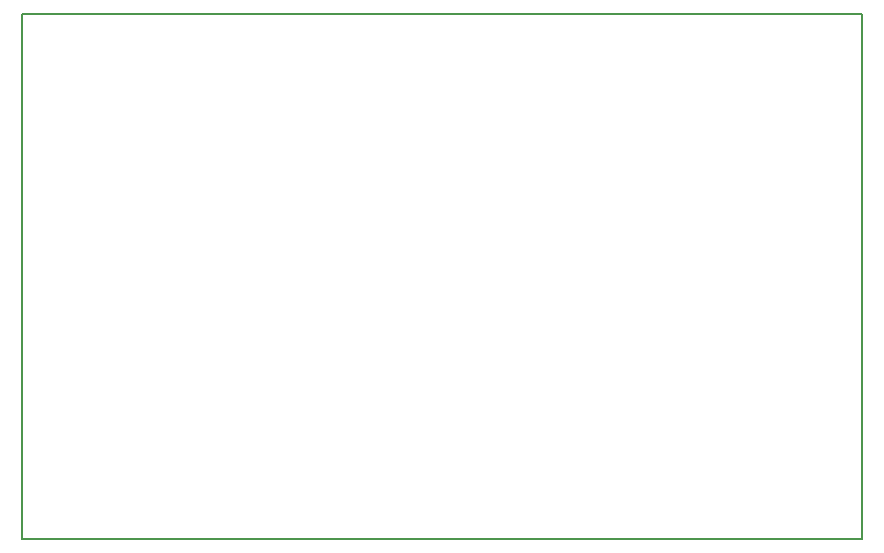
<source format=gbr>
G04 #@! TF.FileFunction,Profile,NP*
%FSLAX46Y46*%
G04 Gerber Fmt 4.6, Leading zero omitted, Abs format (unit mm)*
G04 Created by KiCad (PCBNEW 4.0.0-rc1-stable) date 2/17/2016 9:04:39 PM*
%MOMM*%
G01*
G04 APERTURE LIST*
%ADD10C,0.100000*%
%ADD11C,0.150000*%
G04 APERTURE END LIST*
D10*
D11*
X201930000Y-104140000D02*
X130810000Y-104140000D01*
X201930000Y-148590000D02*
X201930000Y-104140000D01*
X130810000Y-148590000D02*
X201930000Y-148590000D01*
X130810000Y-104140000D02*
X130810000Y-148590000D01*
M02*

</source>
